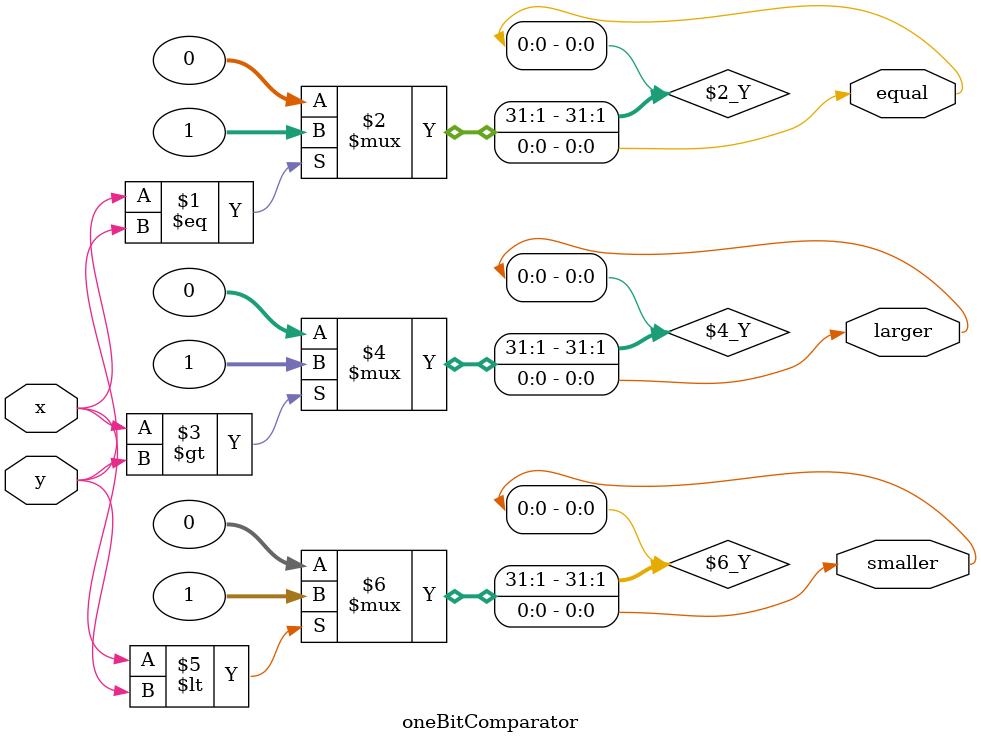
<source format=v>
module oneBitComparator(
  input x, y,
  output larger, equal, smaller
);
assign equal = x == y ? 1 : 0;
assign larger = x > y ? 1 : 0;
assign smaller = x < y ? 1 : 0;

endmodule 
</source>
